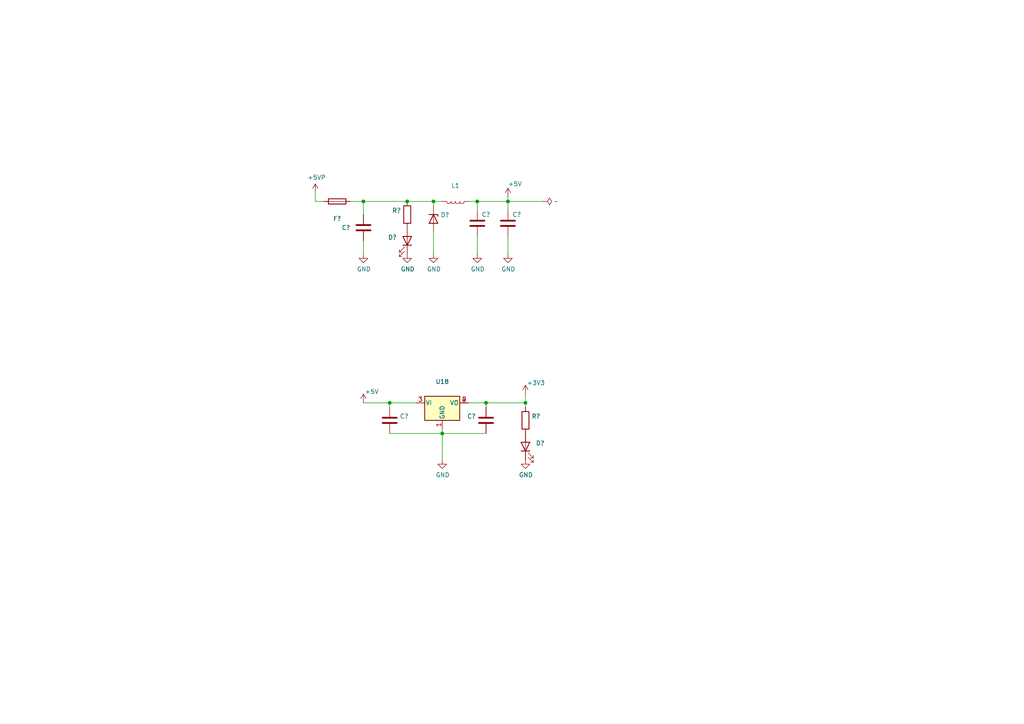
<source format=kicad_sch>
(kicad_sch (version 20211123) (generator eeschema)
  (paper "A4")
  (title_block (title "Power supply 5V/3.3V"))
  (lib_symbols
    (symbol "Device:C" (pin_numbers hide) (pin_names (offset 0.254))
      (property "Reference" "C" (at 0.635 2.54 0))
      (property "Value" "C" (at 0.635 -2.54 0))
      (symbol "C_0_1"
        (polyline (pts (xy -2.032 -0.762) (xy 2.032 -0.762)) (stroke (width 0.508)))
        (polyline (pts (xy -2.032 0.762) (xy 2.032 0.762)) (stroke (width 0.508)))
      )
      (symbol "C_1_1"
        (pin passive line (at 0 3.81 270) (length 2.794) (name "~") (number "1"))
        (pin passive line (at 0 -3.81 90) (length 2.794) (name "~") (number "2"))
      )
    )
    (symbol "Device:D_Zener" (pin_numbers hide) (pin_names (offset 1.016) hide)
      (property "Reference" "D" (at 0 2.54 0))
      (property "Value" "D_Zener" (at 0 -2.54 0))
      (symbol "D_Zener_0_1"
        (polyline (pts (xy 1.27 0) (xy -1.27 0)))
        (polyline (pts (xy -1.27 -1.27) (xy -1.27 1.27) (xy -0.762 1.27)) (stroke (width 0.254)))
        (polyline (pts (xy 1.27 -1.27) (xy 1.27 1.27) (xy -1.27 0) (xy 1.27 -1.27)) (stroke (width 0.254)))
      )
      (symbol "D_Zener_1_1"
        (pin passive line (at -3.81 0 0) (length 2.54) (name "K") (number "1"))
        (pin passive line (at 3.81 0 180) (length 2.54) (name "A") (number "2"))
      )
    )
    (symbol "Device:Fuse" (pin_numbers hide) (pin_names (offset 0))
      (property "Reference" "F" (at 2.032 0 90))
      (property "Value" "Fuse" (at -1.905 0 90))
      (symbol "Fuse_0_1"
        (rectangle (start -0.762 -2.54) (end 0.762 2.54) (stroke (width 0.254)))
        (polyline (pts (xy 0 2.54) (xy 0 -2.54)))
      )
      (symbol "Fuse_1_1"
        (pin passive line (at 0 3.81 270) (length 1.27) (name "~") (number "1"))
        (pin passive line (at 0 -3.81 90) (length 1.27) (name "~") (number "2"))
      )
    )
    (symbol "Device:L" (pin_numbers hide) (pin_names (offset 1.016) hide)
      (property "Reference" "L" (at -1.27 0 90))
      (property "Value" "L" (at 1.905 0 90))
      (symbol "L_0_1"
        (arc (start 0 -2.54) (mid 0.635 -1.905) (end 0 -1.27))
        (arc (start 0 -1.27) (mid 0.635 -0.635) (end 0 0))
        (arc (start 0 0) (mid 0.635 0.635) (end 0 1.27))
        (arc (start 0 1.27) (mid 0.635 1.905) (end 0 2.54))
      )
      (symbol "L_1_1"
        (pin passive line (at 0 3.81 270) (length 1.27) (name "1") (number "1"))
        (pin passive line (at 0 -3.81 90) (length 1.27) (name "2") (number "2"))
      )
    )
    (symbol "Device:LED" (pin_numbers hide) (pin_names (offset 1.016) hide)
      (property "Reference" "D" (at 0 2.54 0))
      (property "Value" "LED" (at 0 -2.54 0))
      (symbol "LED_0_1"
        (polyline (pts (xy -1.27 -1.27) (xy -1.27 1.27)) (stroke (width 0.254)))
        (polyline (pts (xy -1.27 0) (xy 1.27 0)))
        (polyline (pts (xy 1.27 -1.27) (xy 1.27 1.27) (xy -1.27 0) (xy 1.27 -1.27)) (stroke (width 0.254)))
        (polyline (pts (xy -3.048 -0.762) (xy -4.572 -2.286) (xy -3.81 -2.286) (xy -4.572 -2.286) (xy -4.572 -1.524)))
        (polyline (pts (xy -1.778 -0.762) (xy -3.302 -2.286) (xy -2.54 -2.286) (xy -3.302 -2.286) (xy -3.302 -1.524)))
      )
      (symbol "LED_1_1"
        (pin passive line (at -3.81 0 0) (length 2.54) (name "K") (number "1"))
        (pin passive line (at 3.81 0 180) (length 2.54) (name "A") (number "2"))
      )
    )
    (symbol "Device:R" (pin_numbers hide) (pin_names (offset 0))
      (property "Reference" "R" (at 2.032 0 90))
      (property "Value" "R" (at 0 0 90))
      (symbol "R_0_1"
        (rectangle (start -1.016 -2.54) (end 1.016 2.54) (stroke (width 0.254)))
      )
      (symbol "R_1_1"
        (pin passive line (at 0 3.81 270) (length 1.27) (name "~") (number "1"))
        (pin passive line (at 0 -3.81 90) (length 1.27) (name "~") (number "2"))
      )
    )
    (symbol "karta_pomiarowa_v2-rescue:+3.3V-power" (power) (pin_names (offset 0))
      (property "Value" "+3.3V-power" (at 0 3.556 0))
      (symbol "+3.3V-power_0_1"
        (polyline (pts (xy -0.762 1.27) (xy 0 2.54)))
        (polyline (pts (xy 0 0) (xy 0 2.54)))
        (polyline (pts (xy 0 2.54) (xy 0.762 1.27)))
      )
      (symbol "+3.3V-power_1_1"
        (pin power_in line (at 0 0 90) (length 0) hide (name "+3V3") (number "1"))
      )
    )
    (symbol "karta_pomiarowa_v2-rescue:LM1117-3.3_copy-Regulator_Linear4" (pin_names (offset 0.254))
      (property "Reference" "U" (at -3.81 3.175 0))
      (property "Value" "LM1117-3.3_copy-Regulator_Linear4" (at 0 3.175 0))
      (symbol "LM1117-3.3_copy-Regulator_Linear4_0_1"
        (rectangle (start -5.08 -5.08) (end 5.08 1.905) (stroke (width 0.254)) (fill (type background)))
      )
      (symbol "LM1117-3.3_copy-Regulator_Linear4_1_1"
        (pin power_in line (at 0 -7.62 90) (length 2.54) (name "GND") (number "1"))
        (pin power_out line (at 7.62 0 180) (length 2.54) (name "VO") (number "2"))
        (pin power_in line (at -7.62 0 0) (length 2.54) (name "VI") (number "3"))
        (pin input line (at 7.62 0 180) (length 2.54) (name "~") (number "4"))
      )
    )
    (symbol "power:+5V" (power) (pin_names (offset 0))
      (property "Value" "+5V" (at 0 3.556 0))
      (symbol "+5V_0_1"
        (polyline (pts (xy -0.762 1.27) (xy 0 2.54)))
        (polyline (pts (xy 0 0) (xy 0 2.54)))
        (polyline (pts (xy 0 2.54) (xy 0.762 1.27)))
      )
      (symbol "+5V_1_1"
        (pin power_in line (at 0 0 90) (length 0) hide (name "+5V") (number "1"))
      )
    )
    (symbol "power:+5VP" (power) (pin_names (offset 0))
      (property "Value" "+5VP" (at 0 3.556 0))
      (symbol "+5VP_0_1"
        (polyline (pts (xy -0.762 1.27) (xy 0 2.54)))
        (polyline (pts (xy 0 0) (xy 0 2.54)))
        (polyline (pts (xy 0 2.54) (xy 0.762 1.27)))
      )
      (symbol "+5VP_1_1"
        (pin power_in line (at 0 0 90) (length 0) hide (name "+5VP") (number "1"))
      )
    )
    (symbol "power:GND" (power) (pin_names (offset 0))
      (property "Value" "GND" (at 0 -3.81 0))
      (symbol "GND_0_1"
        (polyline (pts (xy 0 0) (xy 0 -1.27) (xy 1.27 -1.27) (xy 0 -2.54) (xy -1.27 -1.27) (xy 0 -1.27)))
      )
      (symbol "GND_1_1"
        (pin power_in line (at 0 0 270) (length 0) hide (name "GND") (number "1"))
      )
    )
    (symbol "power:PWR_FLAG" (power) (pin_numbers hide) (pin_names (offset 0) hide)
      (property "Value" "PWR_FLAG" (at 0 3.81 0))
      (symbol "PWR_FLAG_0_0"
        (pin power_out line (at 0 0 90) (length 0) (name "pwr") (number "1"))
      )
      (symbol "PWR_FLAG_0_1"
        (polyline (pts (xy 0 0) (xy 0 1.27) (xy -1.016 1.905) (xy 0 2.54) (xy 1.016 1.905) (xy 0 1.27)))
      )
    )
  )
  (junction (at 128.27 125.73))
  (junction (at 118.11 58.42))
  (junction (at 138.43 58.42))
  (junction (at 152.4 116.84))
  (junction (at 140.97 116.84))
  (junction (at 147.32 58.42))
  (junction (at 125.73 58.42))
  (junction (at 105.41 58.42))
  (junction (at 113.03 116.84))
  (wire (pts (xy 128.27 125.73) (xy 128.27 133.35)))
  (wire (pts (xy 147.32 57.15) (xy 147.32 58.42)))
  (wire (pts (xy 93.98 58.42) (xy 91.44 58.42)))
  (wire (pts (xy 125.73 73.66) (xy 125.73 67.31)))
  (wire (pts (xy 125.73 59.69) (xy 125.73 58.42)))
  (wire (pts (xy 113.03 116.84) (xy 120.65 116.84)))
  (wire (pts (xy 128.27 125.73) (xy 113.03 125.73)))
  (wire (pts (xy 105.41 116.84) (xy 113.03 116.84)))
  (wire (pts (xy 138.43 58.42) (xy 135.89 58.42)))
  (wire (pts (xy 147.32 68.58) (xy 147.32 73.66)))
  (wire (pts (xy 138.43 73.66) (xy 138.43 68.58)))
  (wire (pts (xy 91.44 55.88) (xy 91.44 58.42)))
  (wire (pts (xy 105.41 62.23) (xy 105.41 58.42)))
  (wire (pts (xy 105.41 58.42) (xy 101.6 58.42)))
  (wire (pts (xy 147.32 60.96) (xy 147.32 58.42)))
  (wire (pts (xy 118.11 58.42) (xy 125.73 58.42)))
  (wire (pts (xy 147.32 58.42) (xy 157.48 58.42)))
  (wire (pts (xy 128.27 58.42) (xy 125.73 58.42)))
  (wire (pts (xy 140.97 118.11) (xy 140.97 116.84)))
  (wire (pts (xy 105.41 58.42) (xy 118.11 58.42)))
  (wire (pts (xy 152.4 118.11) (xy 152.4 116.84)))
  (wire (pts (xy 128.27 124.46) (xy 128.27 125.73)))
  (wire (pts (xy 152.4 116.84) (xy 152.4 114.3)))
  (wire (pts (xy 140.97 116.84) (xy 152.4 116.84)))
  (wire (pts (xy 140.97 125.73) (xy 128.27 125.73)))
  (wire (pts (xy 140.97 116.84) (xy 135.89 116.84)))
  (wire (pts (xy 113.03 118.11) (xy 113.03 116.84)))
  (wire (pts (xy 147.32 58.42) (xy 138.43 58.42)))
  (wire (pts (xy 105.41 73.66) (xy 105.41 69.85)))
  (wire (pts (xy 138.43 60.96) (xy 138.43 58.42)))
  (symbol (lib_id "Device:C") (at 138.43 64.77 0) (unit 1)
    (property "Reference" "C?" (at 139.7 62.23 0) (effects (justify left)))
  )
  (symbol (lib_id "Device:C") (at 105.41 66.04 0) (unit 1)
    (property "Reference" "C?" (at 99.06 66.04 0) (effects (justify left)))
  )
  (symbol (lib_id "power:PWR_FLAG") (at 157.48 58.42 270) (unit 1)
    (property "Reference" "#FLG06" (effects hide))
  )
  (symbol (lib_id "power:+5VP") (at 91.44 55.88 0) (unit 1)
    (property "Reference" "#PWR074" (effects hide))
  )
  (symbol (lib_id "Device:C") (at 113.03 121.92 0) (unit 1)
    (property "Reference" "C?" (at 115.951 120.7516 0) (effects (justify left)))
  )
  (symbol (lib_id "Device:C") (at 140.97 121.92 0) (mirror y) (unit 1)
    (property "Reference" "C?" (at 138.049 120.7516 0) (effects (justify left)))
  )
  (symbol (lib_id "power:+5V") (at 105.41 116.84 0) (unit 1)
    (property "Reference" "#PWR?" (effects hide))
  )
  (symbol (lib_id "karta_pomiarowa_v2-rescue:+3.3V-power") (at 152.4 114.3 0) (unit 1)
    (property "Reference" "#PWR?" (effects hide))
  )
  (symbol (lib_id "power:GND") (at 128.27 133.35 0) (unit 1)
    (property "Reference" "#PWR?" (effects hide))
  )
  (symbol (lib_id "Device:R") (at 152.4 121.92 0) (unit 1)
    (property "Reference" "R?" (at 154.178 120.7516 0) (effects (justify left)))
  )
  (symbol (lib_id "Device:LED") (at 152.4 129.54 90) (unit 1)
    (property "Reference" "D?" (at 155.3972 128.5494 90) (effects (justify right)))
  )
  (symbol (lib_id "power:GND") (at 152.4 133.35 0) (unit 1)
    (property "Reference" "#PWR?" (effects hide))
  )
  (symbol (lib_id "power:+5V") (at 147.32 57.15 0) (unit 1)
    (property "Reference" "#PWR?" (effects hide))
  )
  (symbol (lib_id "Device:R") (at 118.11 62.23 0) (mirror y) (unit 1)
    (property "Reference" "R?" (at 116.332 61.0616 0) (effects (justify left)))
  )
  (symbol (lib_id "Device:LED") (at 118.11 69.85 270) (mirror x) (unit 1)
    (property "Reference" "D?" (at 115.1128 68.8594 90) (effects (justify right)))
  )
  (symbol (lib_id "power:GND") (at 118.11 73.66 0) (unit 1)
    (property "Reference" "#PWR?" (effects hide))
  )
  (symbol (lib_id "Device:Fuse") (at 97.79 58.42 270) (mirror x) (unit 1)
    (property "Reference" "F?" (at 97.79 63.4238 90))
    (property "Datasheet" "https://www.tme.eu/Document/b74eb6b18b45614ffa1b397f04814f86/0ZCF+Nov2016.pdf" (effects hide))
  )
  (symbol (lib_id "Device:D_Zener") (at 125.73 63.5 270) (unit 1)
    (property "Reference" "D?" (at 127.762 62.3316 90) (effects (justify left)))
    (property "Datasheet" "https://www.vishay.com/docs/88301/15ke.pdf" (effects hide))
  )
  (symbol (lib_id "power:GND") (at 125.73 73.66 0) (unit 1)
    (property "Reference" "#PWR?" (effects hide))
  )
  (symbol (lib_id "Device:C") (at 147.32 64.77 0) (unit 1)
    (property "Reference" "C?" (at 148.59 62.23 0) (effects (justify left)))
  )
  (symbol (lib_id "power:GND") (at 138.43 73.66 0) (unit 1)
    (property "Reference" "#PWR?" (effects hide))
  )
  (symbol (lib_id "power:GND") (at 147.32 73.66 0) (unit 1)
    (property "Reference" "#PWR?" (effects hide))
  )
  (symbol (lib_id "Device:L") (at 132.08 58.42 270) (unit 1)
    (property "Reference" "L1" (at 132.08 53.8226 90))
  )
  (symbol (lib_id "power:GND") (at 105.41 73.66 0) (unit 1)
    (property "Reference" "#PWR?" (effects hide))
  )
  (symbol (lib_id "karta_pomiarowa_v2-rescue:LM1117-3.3_copy-Regulator_Linear4") (at 128.27 116.84 0) (unit 1)
    (property "Reference" "U18" (at 128.27 110.6932 0))
    (property "Datasheet" "http://www.ti.com/lit/ds/symlink/lm1117.pdf" (effects hide))
  )
)
</source>
